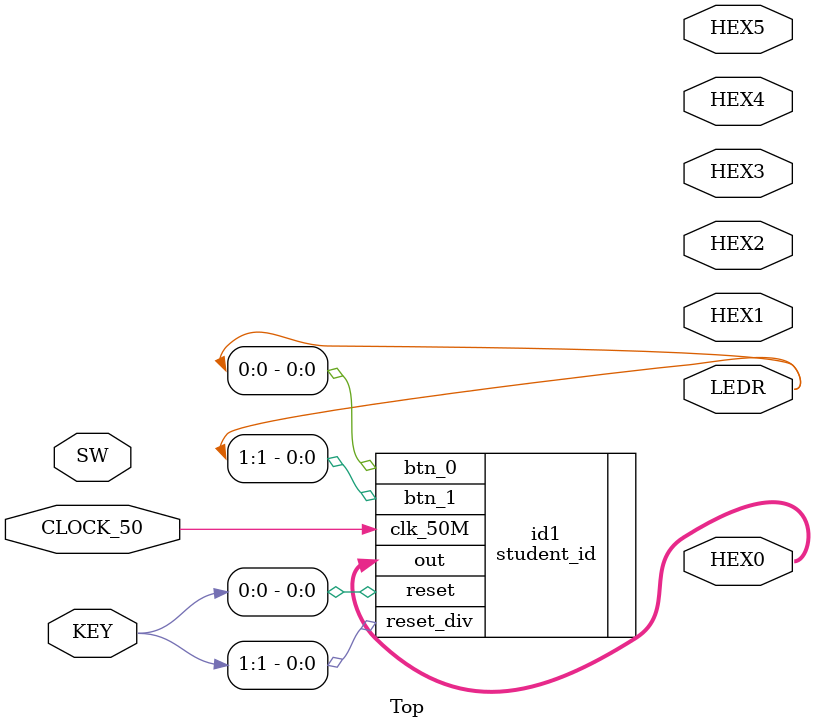
<source format=sv>

`default_nettype none

module Top (CLOCK_50, KEY, SW, HEX0, HEX1, HEX2, HEX3, HEX4, HEX5, LEDR);
    input  logic         CLOCK_50;   // DE-series 50 MHz clock signal
    input  logic [ 3: 0] KEY;        // DE-series pushbuttons
    input  logic [ 9: 0] SW;         // DE-series switches
    output logic [ 6: 0] HEX0;       // DE-series HEX displays
    output logic [ 6: 0] HEX1;
    output logic [ 6: 0] HEX2;
    output logic [ 6: 0] HEX3;
    output logic [ 6: 0] HEX4;
    output logic [ 6: 0] HEX5;
    output logic [ 9: 0] LEDR;       // DE-series LEDs

//*********************add your module here*******************************

student_id id1(
		.clk_50M(CLOCK_50),
		.reset(KEY[0]),
		.reset_div(KEY[1]),
		.out(HEX0),
        .btn_0(LEDR[0]),
        .btn_1(LEDR[1])
	);


endmodule

</source>
